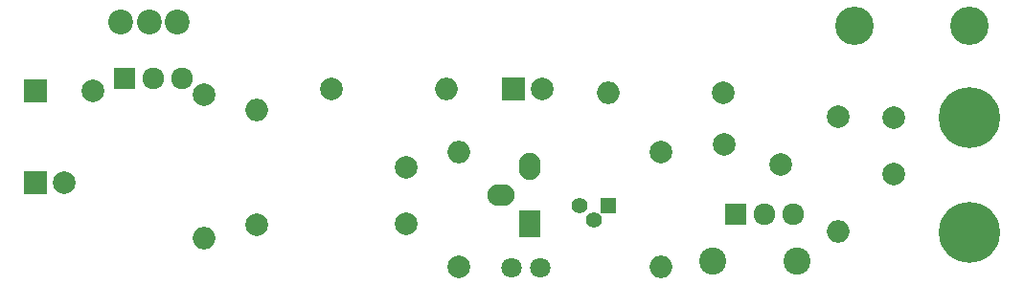
<source format=gbr>
G04 #@! TF.FileFunction,Soldermask,Bot*
%FSLAX46Y46*%
G04 Gerber Fmt 4.6, Leading zero omitted, Abs format (unit mm)*
G04 Created by KiCad (PCBNEW 4.0.5) date 06/01/17 17:38:21*
%MOMM*%
%LPD*%
G01*
G04 APERTURE LIST*
%ADD10C,0.100000*%
%ADD11C,5.401260*%
%ADD12C,2.000000*%
%ADD13C,1.800000*%
%ADD14C,2.400000*%
%ADD15R,2.000000X2.000000*%
%ADD16O,2.000000X2.000000*%
%ADD17C,3.399740*%
%ADD18C,1.400000*%
%ADD19R,1.400000X1.400000*%
%ADD20C,2.200000*%
%ADD21O,2.400000X1.900000*%
%ADD22R,1.900000X2.400000*%
%ADD23O,1.900000X2.400000*%
%ADD24C,1.920000*%
%ADD25R,1.920000X1.920000*%
G04 APERTURE END LIST*
D10*
D11*
X163677600Y-102951280D03*
X163677600Y-113111280D03*
D12*
X113924080Y-107395000D03*
X113924080Y-112395000D03*
D13*
X125740800Y-116210080D03*
X123240800Y-116210080D03*
D14*
X140963000Y-115620800D03*
X148463000Y-115620800D03*
D12*
X157017720Y-102939840D03*
X157017720Y-107939840D03*
D15*
X123417960Y-100396040D03*
D12*
X125917960Y-100396040D03*
X141991080Y-105298240D03*
X146991080Y-107098240D03*
X96052640Y-100949760D03*
D16*
X96052640Y-113649760D03*
D12*
X100675440Y-112445800D03*
D16*
X100675440Y-102285800D03*
D12*
X118597680Y-116174520D03*
D16*
X118597680Y-106014520D03*
D12*
X107264200Y-100411280D03*
D16*
X117424200Y-100411280D03*
D12*
X136453880Y-106014520D03*
D16*
X136453880Y-116174520D03*
D12*
X141960600Y-100787200D03*
D16*
X131800600Y-100787200D03*
D12*
X152074880Y-102895400D03*
D16*
X152074880Y-113055400D03*
D17*
X163652200Y-94843600D03*
X153492200Y-94843600D03*
D18*
X130520440Y-111993680D03*
X129250440Y-110723680D03*
D19*
X131790440Y-110723680D03*
D15*
X81172040Y-100629720D03*
D12*
X86172040Y-100629720D03*
D15*
X81157440Y-108742480D03*
D12*
X83657440Y-108742480D03*
D20*
X88675200Y-94477840D03*
X91175200Y-94477840D03*
X93675200Y-94477840D03*
D21*
X122285760Y-109799120D03*
D22*
X124825760Y-112339120D03*
D23*
X124825760Y-107259120D03*
D24*
X145542000Y-111485680D03*
X148082000Y-111485680D03*
D25*
X143002000Y-111485680D03*
D24*
X91511120Y-99446080D03*
X94051120Y-99446080D03*
D25*
X88971120Y-99446080D03*
M02*

</source>
